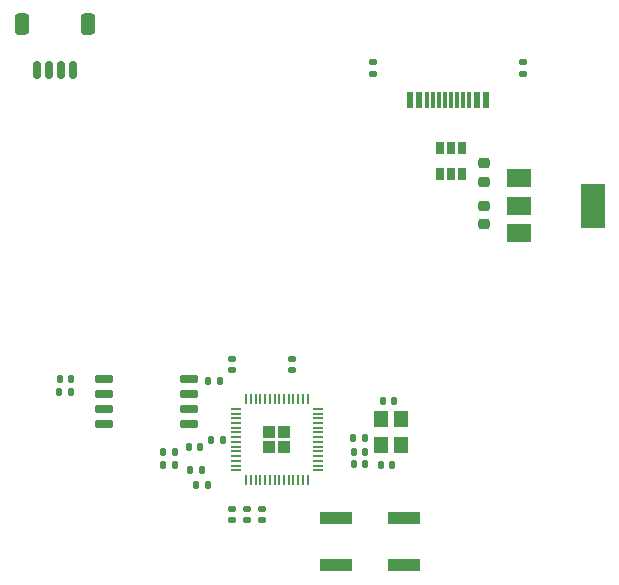
<source format=gbp>
%TF.GenerationSoftware,KiCad,Pcbnew,(6.0.0)*%
%TF.CreationDate,2021-12-27T13:21:06-08:00*%
%TF.ProjectId,Microtus-rp2040,4d696372-6f74-4757-932d-727032303430,rev?*%
%TF.SameCoordinates,Original*%
%TF.FileFunction,Paste,Bot*%
%TF.FilePolarity,Positive*%
%FSLAX46Y46*%
G04 Gerber Fmt 4.6, Leading zero omitted, Abs format (unit mm)*
G04 Created by KiCad (PCBNEW (6.0.0)) date 2021-12-27 13:21:06*
%MOMM*%
%LPD*%
G01*
G04 APERTURE LIST*
G04 Aperture macros list*
%AMRoundRect*
0 Rectangle with rounded corners*
0 $1 Rounding radius*
0 $2 $3 $4 $5 $6 $7 $8 $9 X,Y pos of 4 corners*
0 Add a 4 corners polygon primitive as box body*
4,1,4,$2,$3,$4,$5,$6,$7,$8,$9,$2,$3,0*
0 Add four circle primitives for the rounded corners*
1,1,$1+$1,$2,$3*
1,1,$1+$1,$4,$5*
1,1,$1+$1,$6,$7*
1,1,$1+$1,$8,$9*
0 Add four rect primitives between the rounded corners*
20,1,$1+$1,$2,$3,$4,$5,0*
20,1,$1+$1,$4,$5,$6,$7,0*
20,1,$1+$1,$6,$7,$8,$9,0*
20,1,$1+$1,$8,$9,$2,$3,0*%
G04 Aperture macros list end*
%ADD10RoundRect,0.225000X-0.250000X0.225000X-0.250000X-0.225000X0.250000X-0.225000X0.250000X0.225000X0*%
%ADD11RoundRect,0.225000X0.250000X-0.225000X0.250000X0.225000X-0.250000X0.225000X-0.250000X-0.225000X0*%
%ADD12RoundRect,0.135000X0.135000X0.185000X-0.135000X0.185000X-0.135000X-0.185000X0.135000X-0.185000X0*%
%ADD13R,0.300000X1.450000*%
%ADD14R,0.600000X1.450000*%
%ADD15RoundRect,0.135000X-0.135000X-0.185000X0.135000X-0.185000X0.135000X0.185000X-0.135000X0.185000X0*%
%ADD16RoundRect,0.135000X0.185000X-0.135000X0.185000X0.135000X-0.185000X0.135000X-0.185000X-0.135000X0*%
%ADD17RoundRect,0.140000X-0.140000X-0.170000X0.140000X-0.170000X0.140000X0.170000X-0.140000X0.170000X0*%
%ADD18RoundRect,0.140000X0.170000X-0.140000X0.170000X0.140000X-0.170000X0.140000X-0.170000X-0.140000X0*%
%ADD19RoundRect,0.140000X-0.170000X0.140000X-0.170000X-0.140000X0.170000X-0.140000X0.170000X0.140000X0*%
%ADD20RoundRect,0.140000X0.140000X0.170000X-0.140000X0.170000X-0.140000X-0.170000X0.140000X-0.170000X0*%
%ADD21RoundRect,0.250000X-0.292217X0.292217X-0.292217X-0.292217X0.292217X-0.292217X0.292217X0.292217X0*%
%ADD22RoundRect,0.050000X-0.050000X0.387500X-0.050000X-0.387500X0.050000X-0.387500X0.050000X0.387500X0*%
%ADD23RoundRect,0.050000X-0.387500X0.050000X-0.387500X-0.050000X0.387500X-0.050000X0.387500X0.050000X0*%
%ADD24RoundRect,0.150000X-0.150000X-0.625000X0.150000X-0.625000X0.150000X0.625000X-0.150000X0.625000X0*%
%ADD25RoundRect,0.250000X-0.350000X-0.650000X0.350000X-0.650000X0.350000X0.650000X-0.350000X0.650000X0*%
%ADD26R,1.200000X1.400000*%
%ADD27R,0.650000X1.060000*%
%ADD28RoundRect,0.150000X0.650000X0.150000X-0.650000X0.150000X-0.650000X-0.150000X0.650000X-0.150000X0*%
%ADD29R,2.000000X3.800000*%
%ADD30R,2.000000X1.500000*%
%ADD31R,2.750000X1.000000*%
G04 APERTURE END LIST*
D10*
%TO.C,C2*%
X56642000Y-17287000D03*
X56642000Y-18837000D03*
%TD*%
D11*
%TO.C,C1*%
X56642000Y-15253000D03*
X56642000Y-13703000D03*
%TD*%
D12*
%TO.C,R2*%
X33272000Y-32131000D03*
X34292000Y-32131000D03*
%TD*%
D13*
%TO.C,J2*%
X53344000Y-8363000D03*
X55344000Y-8363000D03*
X54844000Y-8363000D03*
X54344000Y-8363000D03*
X53844000Y-8363000D03*
X52844000Y-8363000D03*
X52344000Y-8363000D03*
X51844000Y-8363000D03*
D14*
X56844000Y-8363000D03*
X56044000Y-8363000D03*
X51144000Y-8363000D03*
X50344000Y-8363000D03*
X50344000Y-8363000D03*
X51144000Y-8363000D03*
X56044000Y-8363000D03*
X56844000Y-8363000D03*
%TD*%
D15*
%TO.C,R7*%
X30482000Y-39243000D03*
X29462000Y-39243000D03*
%TD*%
%TO.C,R6*%
X29462000Y-38100000D03*
X30482000Y-38100000D03*
%TD*%
%TO.C,R5*%
X45544000Y-36957000D03*
X46564000Y-36957000D03*
%TD*%
D16*
%TO.C,R4*%
X59944000Y-6098000D03*
X59944000Y-5078000D03*
%TD*%
%TO.C,R3*%
X47244000Y-6098000D03*
X47244000Y-5078000D03*
%TD*%
D12*
%TO.C,R1*%
X21719000Y-33074000D03*
X20699000Y-33074000D03*
%TD*%
D17*
%TO.C,C16*%
X46603000Y-38100000D03*
X45643000Y-38100000D03*
%TD*%
D18*
%TO.C,C15*%
X40386000Y-31214000D03*
X40386000Y-30254000D03*
%TD*%
%TO.C,C14*%
X35306000Y-30254000D03*
X35306000Y-31214000D03*
%TD*%
D19*
%TO.C,C13*%
X35306000Y-42954000D03*
X35306000Y-43914000D03*
%TD*%
%TO.C,C12*%
X36576000Y-42954000D03*
X36576000Y-43914000D03*
%TD*%
D20*
%TO.C,C11*%
X32611000Y-37719000D03*
X31651000Y-37719000D03*
%TD*%
D19*
%TO.C,C10*%
X37846000Y-42954000D03*
X37846000Y-43914000D03*
%TD*%
D20*
%TO.C,C9*%
X32286000Y-40894000D03*
X33246000Y-40894000D03*
%TD*%
%TO.C,C8*%
X32738000Y-39624000D03*
X31778000Y-39624000D03*
%TD*%
D17*
%TO.C,C7*%
X45643000Y-39116000D03*
X46603000Y-39116000D03*
%TD*%
D20*
%TO.C,C6*%
X34516000Y-37084000D03*
X33556000Y-37084000D03*
%TD*%
D17*
%TO.C,C5*%
X48893000Y-39262000D03*
X47933000Y-39262000D03*
%TD*%
D20*
%TO.C,C4*%
X48060000Y-33782000D03*
X49020000Y-33782000D03*
%TD*%
D17*
%TO.C,C3*%
X20729000Y-31931000D03*
X21689000Y-31931000D03*
%TD*%
D21*
%TO.C,U4*%
X38478500Y-36446500D03*
X39753500Y-36446500D03*
X38478500Y-37721500D03*
X39753500Y-37721500D03*
D22*
X36516000Y-33646500D03*
X36916000Y-33646500D03*
X37316000Y-33646500D03*
X37716000Y-33646500D03*
X38116000Y-33646500D03*
X38516000Y-33646500D03*
X38916000Y-33646500D03*
X39316000Y-33646500D03*
X39716000Y-33646500D03*
X40116000Y-33646500D03*
X40516000Y-33646500D03*
X40916000Y-33646500D03*
X41316000Y-33646500D03*
X41716000Y-33646500D03*
D23*
X42553500Y-34484000D03*
X42553500Y-34884000D03*
X42553500Y-35284000D03*
X42553500Y-35684000D03*
X42553500Y-36084000D03*
X42553500Y-36484000D03*
X42553500Y-36884000D03*
X42553500Y-37284000D03*
X42553500Y-37684000D03*
X42553500Y-38084000D03*
X42553500Y-38484000D03*
X42553500Y-38884000D03*
X42553500Y-39284000D03*
X42553500Y-39684000D03*
D22*
X41716000Y-40521500D03*
X41316000Y-40521500D03*
X40916000Y-40521500D03*
X40516000Y-40521500D03*
X40116000Y-40521500D03*
X39716000Y-40521500D03*
X39316000Y-40521500D03*
X38916000Y-40521500D03*
X38516000Y-40521500D03*
X38116000Y-40521500D03*
X37716000Y-40521500D03*
X37316000Y-40521500D03*
X36916000Y-40521500D03*
X36516000Y-40521500D03*
D23*
X35678500Y-39684000D03*
X35678500Y-39284000D03*
X35678500Y-38884000D03*
X35678500Y-38484000D03*
X35678500Y-38084000D03*
X35678500Y-37684000D03*
X35678500Y-37284000D03*
X35678500Y-36884000D03*
X35678500Y-36484000D03*
X35678500Y-36084000D03*
X35678500Y-35684000D03*
X35678500Y-35284000D03*
X35678500Y-34884000D03*
X35678500Y-34484000D03*
%TD*%
D24*
%TO.C,J1*%
X18820000Y-5810000D03*
X19820000Y-5810000D03*
X20820000Y-5810000D03*
X21820000Y-5810000D03*
D25*
X17520000Y-1935000D03*
X23120000Y-1935000D03*
%TD*%
D26*
%TO.C,Y1*%
X49644000Y-35349000D03*
X49644000Y-37549000D03*
X47944000Y-37549000D03*
X47944000Y-35349000D03*
%TD*%
D27*
%TO.C,U3*%
X52898000Y-12362000D03*
X53848000Y-12362000D03*
X54798000Y-12362000D03*
X54798000Y-14562000D03*
X52898000Y-14562000D03*
X53848000Y-14562000D03*
%TD*%
D28*
%TO.C,U2*%
X31667000Y-31931000D03*
X31667000Y-33201000D03*
X31667000Y-34471000D03*
X31667000Y-35741000D03*
X24467000Y-35741000D03*
X24467000Y-34471000D03*
X24467000Y-33201000D03*
X24467000Y-31931000D03*
%TD*%
D29*
%TO.C,U1*%
X65888000Y-17272000D03*
D30*
X59588000Y-17272000D03*
X59588000Y-14972000D03*
X59588000Y-19572000D03*
%TD*%
D31*
%TO.C,SW4*%
X49870000Y-47720000D03*
X44110000Y-47720000D03*
X44110000Y-43720000D03*
X49870000Y-43720000D03*
%TD*%
M02*

</source>
